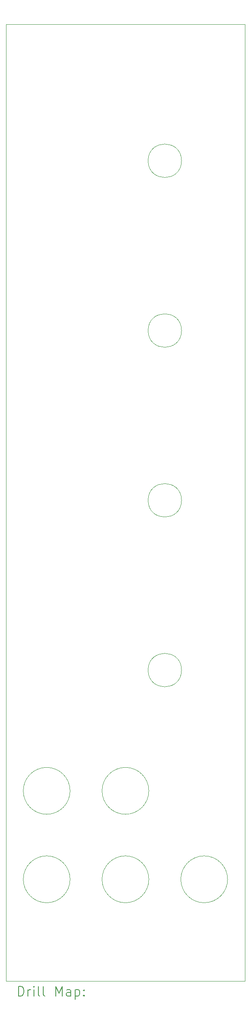
<source format=gbr>
%TF.GenerationSoftware,KiCad,Pcbnew,8.0.5*%
%TF.CreationDate,2024-12-04T20:04:48+01:00*%
%TF.ProjectId,DMH_Mixer_PANEL,444d485f-4d69-4786-9572-5f50414e454c,rev?*%
%TF.SameCoordinates,Original*%
%TF.FileFunction,Drillmap*%
%TF.FilePolarity,Positive*%
%FSLAX45Y45*%
G04 Gerber Fmt 4.5, Leading zero omitted, Abs format (unit mm)*
G04 Created by KiCad (PCBNEW 8.0.5) date 2024-12-04 20:04:48*
%MOMM*%
%LPD*%
G01*
G04 APERTURE LIST*
%ADD10C,0.050000*%
%ADD11C,0.200000*%
G04 APERTURE END LIST*
D10*
X5000000Y-3000000D02*
X10000000Y-3000000D01*
X10000000Y-23000000D01*
X5000000Y-23000000D01*
X5000000Y-3000000D01*
X9640000Y-20875000D02*
G75*
G02*
X8660000Y-20875000I-490000J0D01*
G01*
X8660000Y-20875000D02*
G75*
G02*
X9640000Y-20875000I490000J0D01*
G01*
X6340000Y-19025000D02*
G75*
G02*
X5360000Y-19025000I-490000J0D01*
G01*
X5360000Y-19025000D02*
G75*
G02*
X6340000Y-19025000I490000J0D01*
G01*
X8675000Y-12950000D02*
G75*
G02*
X7975000Y-12950000I-350000J0D01*
G01*
X7975000Y-12950000D02*
G75*
G02*
X8675000Y-12950000I350000J0D01*
G01*
X8675000Y-5850000D02*
G75*
G02*
X7975000Y-5850000I-350000J0D01*
G01*
X7975000Y-5850000D02*
G75*
G02*
X8675000Y-5850000I350000J0D01*
G01*
X7990000Y-19025000D02*
G75*
G02*
X7010000Y-19025000I-490000J0D01*
G01*
X7010000Y-19025000D02*
G75*
G02*
X7990000Y-19025000I490000J0D01*
G01*
X6340000Y-20875000D02*
G75*
G02*
X5360000Y-20875000I-490000J0D01*
G01*
X5360000Y-20875000D02*
G75*
G02*
X6340000Y-20875000I490000J0D01*
G01*
X8675000Y-9400000D02*
G75*
G02*
X7975000Y-9400000I-350000J0D01*
G01*
X7975000Y-9400000D02*
G75*
G02*
X8675000Y-9400000I350000J0D01*
G01*
X7990000Y-20875000D02*
G75*
G02*
X7010000Y-20875000I-490000J0D01*
G01*
X7010000Y-20875000D02*
G75*
G02*
X7990000Y-20875000I490000J0D01*
G01*
X8675000Y-16500000D02*
G75*
G02*
X7975000Y-16500000I-350000J0D01*
G01*
X7975000Y-16500000D02*
G75*
G02*
X8675000Y-16500000I350000J0D01*
G01*
D11*
X5258277Y-23313984D02*
X5258277Y-23113984D01*
X5258277Y-23113984D02*
X5305896Y-23113984D01*
X5305896Y-23113984D02*
X5334467Y-23123508D01*
X5334467Y-23123508D02*
X5353515Y-23142555D01*
X5353515Y-23142555D02*
X5363039Y-23161603D01*
X5363039Y-23161603D02*
X5372563Y-23199698D01*
X5372563Y-23199698D02*
X5372563Y-23228269D01*
X5372563Y-23228269D02*
X5363039Y-23266365D01*
X5363039Y-23266365D02*
X5353515Y-23285412D01*
X5353515Y-23285412D02*
X5334467Y-23304460D01*
X5334467Y-23304460D02*
X5305896Y-23313984D01*
X5305896Y-23313984D02*
X5258277Y-23313984D01*
X5458277Y-23313984D02*
X5458277Y-23180650D01*
X5458277Y-23218746D02*
X5467801Y-23199698D01*
X5467801Y-23199698D02*
X5477324Y-23190174D01*
X5477324Y-23190174D02*
X5496372Y-23180650D01*
X5496372Y-23180650D02*
X5515420Y-23180650D01*
X5582086Y-23313984D02*
X5582086Y-23180650D01*
X5582086Y-23113984D02*
X5572563Y-23123508D01*
X5572563Y-23123508D02*
X5582086Y-23133031D01*
X5582086Y-23133031D02*
X5591610Y-23123508D01*
X5591610Y-23123508D02*
X5582086Y-23113984D01*
X5582086Y-23113984D02*
X5582086Y-23133031D01*
X5705896Y-23313984D02*
X5686848Y-23304460D01*
X5686848Y-23304460D02*
X5677324Y-23285412D01*
X5677324Y-23285412D02*
X5677324Y-23113984D01*
X5810658Y-23313984D02*
X5791610Y-23304460D01*
X5791610Y-23304460D02*
X5782086Y-23285412D01*
X5782086Y-23285412D02*
X5782086Y-23113984D01*
X6039229Y-23313984D02*
X6039229Y-23113984D01*
X6039229Y-23113984D02*
X6105896Y-23256841D01*
X6105896Y-23256841D02*
X6172562Y-23113984D01*
X6172562Y-23113984D02*
X6172562Y-23313984D01*
X6353515Y-23313984D02*
X6353515Y-23209222D01*
X6353515Y-23209222D02*
X6343991Y-23190174D01*
X6343991Y-23190174D02*
X6324943Y-23180650D01*
X6324943Y-23180650D02*
X6286848Y-23180650D01*
X6286848Y-23180650D02*
X6267801Y-23190174D01*
X6353515Y-23304460D02*
X6334467Y-23313984D01*
X6334467Y-23313984D02*
X6286848Y-23313984D01*
X6286848Y-23313984D02*
X6267801Y-23304460D01*
X6267801Y-23304460D02*
X6258277Y-23285412D01*
X6258277Y-23285412D02*
X6258277Y-23266365D01*
X6258277Y-23266365D02*
X6267801Y-23247317D01*
X6267801Y-23247317D02*
X6286848Y-23237793D01*
X6286848Y-23237793D02*
X6334467Y-23237793D01*
X6334467Y-23237793D02*
X6353515Y-23228269D01*
X6448753Y-23180650D02*
X6448753Y-23380650D01*
X6448753Y-23190174D02*
X6467801Y-23180650D01*
X6467801Y-23180650D02*
X6505896Y-23180650D01*
X6505896Y-23180650D02*
X6524943Y-23190174D01*
X6524943Y-23190174D02*
X6534467Y-23199698D01*
X6534467Y-23199698D02*
X6543991Y-23218746D01*
X6543991Y-23218746D02*
X6543991Y-23275888D01*
X6543991Y-23275888D02*
X6534467Y-23294936D01*
X6534467Y-23294936D02*
X6524943Y-23304460D01*
X6524943Y-23304460D02*
X6505896Y-23313984D01*
X6505896Y-23313984D02*
X6467801Y-23313984D01*
X6467801Y-23313984D02*
X6448753Y-23304460D01*
X6629705Y-23294936D02*
X6639229Y-23304460D01*
X6639229Y-23304460D02*
X6629705Y-23313984D01*
X6629705Y-23313984D02*
X6620182Y-23304460D01*
X6620182Y-23304460D02*
X6629705Y-23294936D01*
X6629705Y-23294936D02*
X6629705Y-23313984D01*
X6629705Y-23190174D02*
X6639229Y-23199698D01*
X6639229Y-23199698D02*
X6629705Y-23209222D01*
X6629705Y-23209222D02*
X6620182Y-23199698D01*
X6620182Y-23199698D02*
X6629705Y-23190174D01*
X6629705Y-23190174D02*
X6629705Y-23209222D01*
M02*

</source>
